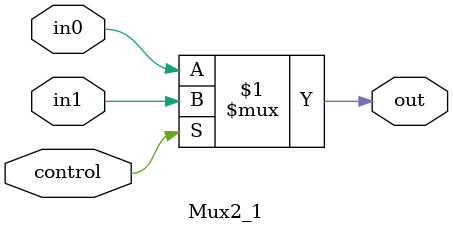
<source format=v>
module Mux2_1(
    output out,
    input control,
    input in0,
    input in1
);
    // if control is 0 then out should be in0
    assign out = control ? in1 : in0;
endmodule
</source>
